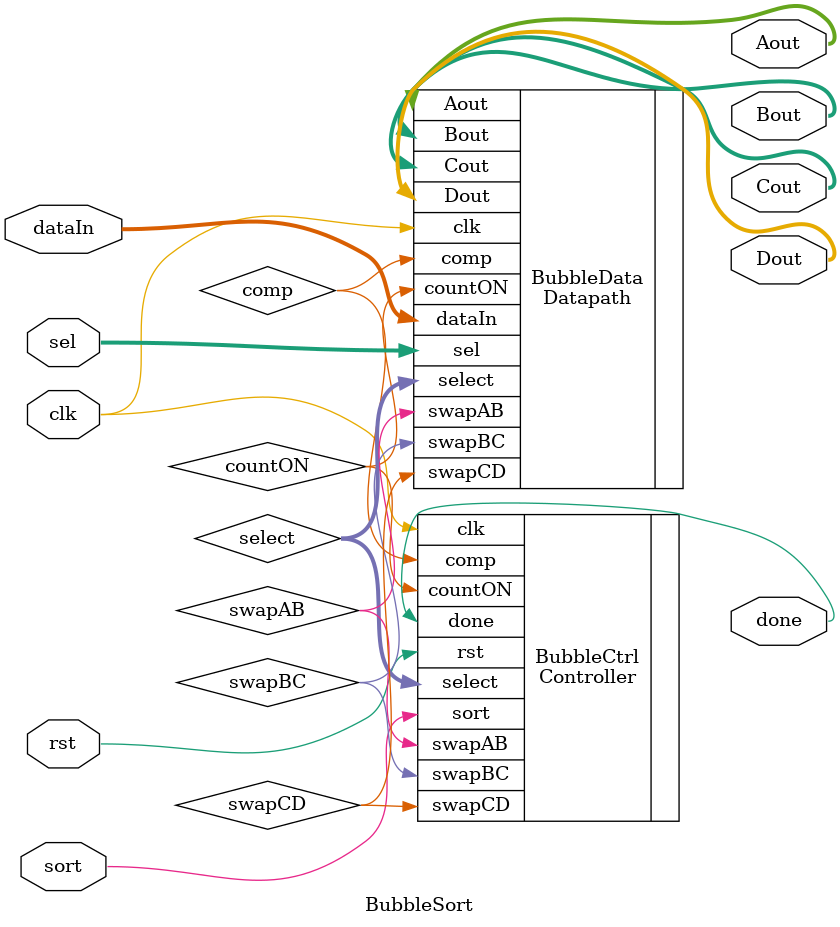
<source format=v>


module BubbleSort(

input [3:0] dataIn,
input [1:0] sel,
input clk, rst, sort,
output wire [3:0] Aout, Bout, Cout, Dout,
output wire done

);

wire[3:0] select;
wire comp;

//------------------------------------------------------------------
// 	      Instances of Controller and Datapath Modules
//------------------------------------------------------------------

Controller BubbleCtrl(.clk(clk), .rst(rst), .comp(comp), .sort(sort), 
.done(done), .swapAB(swapAB), .swapBC(swapBC), .swapCD(swapCD), .countON(countON),
.select(select));

Datapath BubbleData(.dataIn(dataIn),
.select(select), .sel(sel), .clk(clk), .swapAB(swapAB), .swapBC(swapBC), .swapCD(swapCD), 
.countON(countON), .Aout(Aout), .Bout(Bout), .Cout(Cout), .Dout(Dout), .comp(comp));

endmodule





</source>
